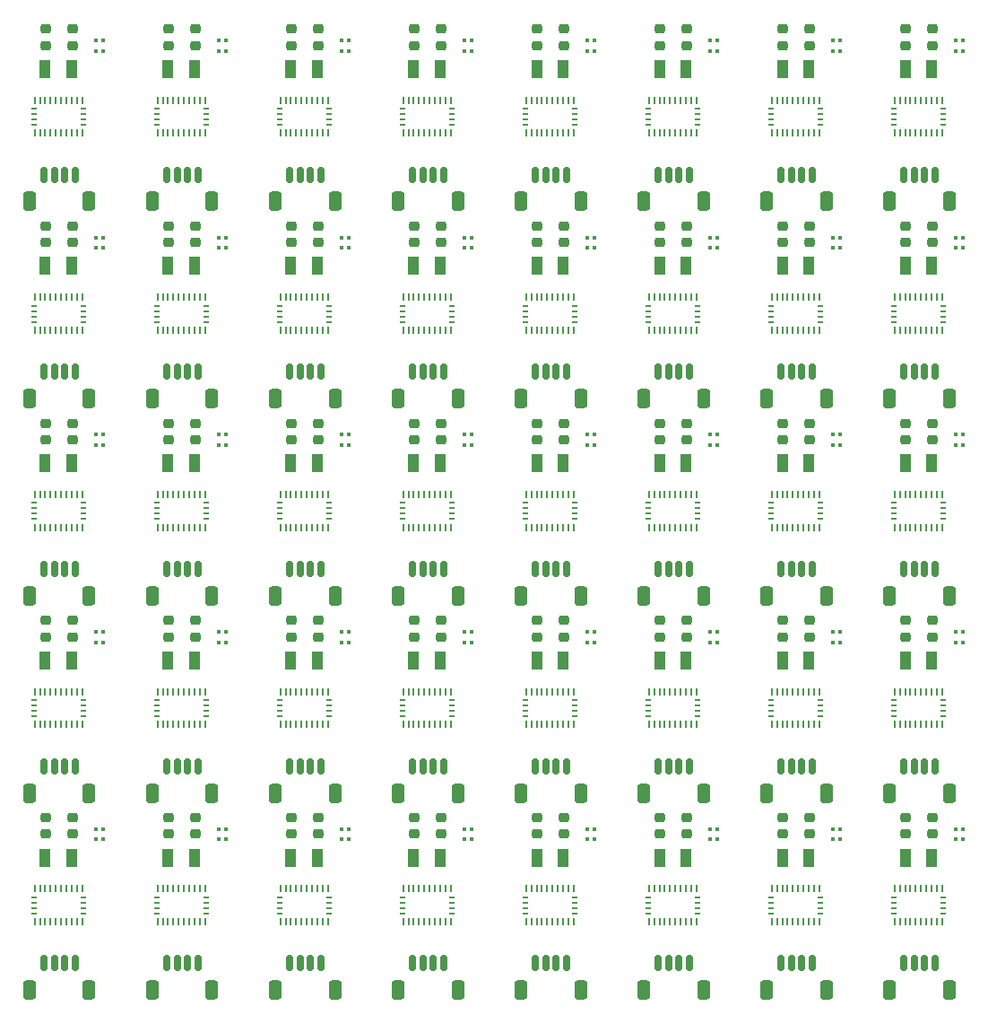
<source format=gbr>
%TF.GenerationSoftware,KiCad,Pcbnew,8.0.8*%
%TF.CreationDate,2025-03-09T21:38:21+09:00*%
%TF.ProjectId,panelized,70616e65-6c69-47a6-9564-2e6b69636164,rev?*%
%TF.SameCoordinates,Original*%
%TF.FileFunction,Paste,Top*%
%TF.FilePolarity,Positive*%
%FSLAX46Y46*%
G04 Gerber Fmt 4.6, Leading zero omitted, Abs format (unit mm)*
G04 Created by KiCad (PCBNEW 8.0.8) date 2025-03-09 21:38:21*
%MOMM*%
%LPD*%
G01*
G04 APERTURE LIST*
G04 Aperture macros list*
%AMRoundRect*
0 Rectangle with rounded corners*
0 $1 Rounding radius*
0 $2 $3 $4 $5 $6 $7 $8 $9 X,Y pos of 4 corners*
0 Add a 4 corners polygon primitive as box body*
4,1,4,$2,$3,$4,$5,$6,$7,$8,$9,$2,$3,0*
0 Add four circle primitives for the rounded corners*
1,1,$1+$1,$2,$3*
1,1,$1+$1,$4,$5*
1,1,$1+$1,$6,$7*
1,1,$1+$1,$8,$9*
0 Add four rect primitives between the rounded corners*
20,1,$1+$1,$2,$3,$4,$5,0*
20,1,$1+$1,$4,$5,$6,$7,0*
20,1,$1+$1,$6,$7,$8,$9,0*
20,1,$1+$1,$8,$9,$2,$3,0*%
G04 Aperture macros list end*
%ADD10R,0.250000X0.675000*%
%ADD11R,0.575000X0.250000*%
%ADD12RoundRect,0.225000X0.250000X-0.225000X0.250000X0.225000X-0.250000X0.225000X-0.250000X-0.225000X0*%
%ADD13R,1.000000X1.800000*%
%ADD14RoundRect,0.079500X-0.079500X-0.100500X0.079500X-0.100500X0.079500X0.100500X-0.079500X0.100500X0*%
%ADD15RoundRect,0.150000X0.150000X0.625000X-0.150000X0.625000X-0.150000X-0.625000X0.150000X-0.625000X0*%
%ADD16RoundRect,0.250000X0.350000X0.650000X-0.350000X0.650000X-0.350000X-0.650000X0.350000X-0.650000X0*%
G04 APERTURE END LIST*
D10*
%TO.C,IC1*%
X61250000Y-63237000D03*
D11*
X61187000Y-64050000D03*
X61187000Y-64550000D03*
X61187000Y-65050000D03*
X61187000Y-65550000D03*
D10*
X61250000Y-66363000D03*
X61750000Y-66363000D03*
X62250000Y-66363000D03*
X62750000Y-66363000D03*
X63250000Y-66363000D03*
X63750000Y-66363000D03*
X64250000Y-66363000D03*
X64750000Y-66363000D03*
X65250000Y-66363000D03*
X65750000Y-66363000D03*
D11*
X65813000Y-65550000D03*
X65813000Y-65050000D03*
X65813000Y-64550000D03*
X65813000Y-64050000D03*
D10*
X65750000Y-63237000D03*
X65250000Y-63237000D03*
X64750000Y-63237000D03*
X64250000Y-63237000D03*
X63750000Y-63237000D03*
X63250000Y-63237000D03*
X62750000Y-63237000D03*
X62250000Y-63237000D03*
X61750000Y-63237000D03*
%TD*%
D12*
%TO.C,C4*%
X41600000Y-20875000D03*
X41600000Y-19325000D03*
%TD*%
D13*
%TO.C,Y1*%
X41550000Y-4500000D03*
X39050000Y-4500000D03*
%TD*%
D14*
%TO.C,JP6*%
X67055000Y-57600000D03*
X67745000Y-57600000D03*
%TD*%
D10*
%TO.C,IC1*%
X49650000Y-26037000D03*
D11*
X49587000Y-26850000D03*
X49587000Y-27350000D03*
X49587000Y-27850000D03*
X49587000Y-28350000D03*
D10*
X49650000Y-29163000D03*
X50150000Y-29163000D03*
X50650000Y-29163000D03*
X51150000Y-29163000D03*
X51650000Y-29163000D03*
X52150000Y-29163000D03*
X52650000Y-29163000D03*
X53150000Y-29163000D03*
X53650000Y-29163000D03*
X54150000Y-29163000D03*
D11*
X54213000Y-28350000D03*
X54213000Y-27850000D03*
X54213000Y-27350000D03*
X54213000Y-26850000D03*
D10*
X54150000Y-26037000D03*
X53650000Y-26037000D03*
X53150000Y-26037000D03*
X52650000Y-26037000D03*
X52150000Y-26037000D03*
X51650000Y-26037000D03*
X51150000Y-26037000D03*
X50650000Y-26037000D03*
X50150000Y-26037000D03*
%TD*%
D12*
%TO.C,C3*%
X4300000Y-39475000D03*
X4300000Y-37925000D03*
%TD*%
%TO.C,C4*%
X41600000Y-39475000D03*
X41600000Y-37925000D03*
%TD*%
D15*
%TO.C,J2*%
X7100000Y-88875000D03*
X6100000Y-88875000D03*
X5100000Y-88875000D03*
X4100000Y-88875000D03*
D16*
X8400000Y-91400000D03*
X2800000Y-91400000D03*
%TD*%
D12*
%TO.C,C4*%
X41600000Y-58075000D03*
X41600000Y-56525000D03*
%TD*%
D13*
%TO.C,Y1*%
X41550000Y-41700000D03*
X39050000Y-41700000D03*
%TD*%
%TO.C,Y1*%
X29950000Y-4500000D03*
X27450000Y-4500000D03*
%TD*%
D12*
%TO.C,C4*%
X18400000Y-76675000D03*
X18400000Y-75125000D03*
%TD*%
D14*
%TO.C,JP6*%
X90255000Y-1800000D03*
X90945000Y-1800000D03*
%TD*%
D15*
%TO.C,J2*%
X7100000Y-51675000D03*
X6100000Y-51675000D03*
X5100000Y-51675000D03*
X4100000Y-51675000D03*
D16*
X8400000Y-54200000D03*
X2800000Y-54200000D03*
%TD*%
D12*
%TO.C,C4*%
X64800000Y-2275000D03*
X64800000Y-725000D03*
%TD*%
D13*
%TO.C,Y1*%
X76350000Y-4500000D03*
X73850000Y-4500000D03*
%TD*%
D12*
%TO.C,C3*%
X15900000Y-2275000D03*
X15900000Y-725000D03*
%TD*%
D14*
%TO.C,JP6*%
X67055000Y-39000000D03*
X67745000Y-39000000D03*
%TD*%
D13*
%TO.C,Y1*%
X29950000Y-41700000D03*
X27450000Y-41700000D03*
%TD*%
D15*
%TO.C,J2*%
X53500000Y-88875000D03*
X52500000Y-88875000D03*
X51500000Y-88875000D03*
X50500000Y-88875000D03*
D16*
X54800000Y-91400000D03*
X49200000Y-91400000D03*
%TD*%
D12*
%TO.C,C3*%
X39100000Y-20875000D03*
X39100000Y-19325000D03*
%TD*%
%TO.C,C4*%
X64800000Y-20875000D03*
X64800000Y-19325000D03*
%TD*%
D10*
%TO.C,IC1*%
X49650000Y-44637000D03*
D11*
X49587000Y-45450000D03*
X49587000Y-45950000D03*
X49587000Y-46450000D03*
X49587000Y-46950000D03*
D10*
X49650000Y-47763000D03*
X50150000Y-47763000D03*
X50650000Y-47763000D03*
X51150000Y-47763000D03*
X51650000Y-47763000D03*
X52150000Y-47763000D03*
X52650000Y-47763000D03*
X53150000Y-47763000D03*
X53650000Y-47763000D03*
X54150000Y-47763000D03*
D11*
X54213000Y-46950000D03*
X54213000Y-46450000D03*
X54213000Y-45950000D03*
X54213000Y-45450000D03*
D10*
X54150000Y-44637000D03*
X53650000Y-44637000D03*
X53150000Y-44637000D03*
X52650000Y-44637000D03*
X52150000Y-44637000D03*
X51650000Y-44637000D03*
X51150000Y-44637000D03*
X50650000Y-44637000D03*
X50150000Y-44637000D03*
%TD*%
D12*
%TO.C,C4*%
X6800000Y-2275000D03*
X6800000Y-725000D03*
%TD*%
D13*
%TO.C,Y1*%
X87950000Y-23100000D03*
X85450000Y-23100000D03*
%TD*%
D14*
%TO.C,JP5*%
X90255000Y-40000000D03*
X90945000Y-40000000D03*
%TD*%
D10*
%TO.C,IC1*%
X14850000Y-81837000D03*
D11*
X14787000Y-82650000D03*
X14787000Y-83150000D03*
X14787000Y-83650000D03*
X14787000Y-84150000D03*
D10*
X14850000Y-84963000D03*
X15350000Y-84963000D03*
X15850000Y-84963000D03*
X16350000Y-84963000D03*
X16850000Y-84963000D03*
X17350000Y-84963000D03*
X17850000Y-84963000D03*
X18350000Y-84963000D03*
X18850000Y-84963000D03*
X19350000Y-84963000D03*
D11*
X19413000Y-84150000D03*
X19413000Y-83650000D03*
X19413000Y-83150000D03*
X19413000Y-82650000D03*
D10*
X19350000Y-81837000D03*
X18850000Y-81837000D03*
X18350000Y-81837000D03*
X17850000Y-81837000D03*
X17350000Y-81837000D03*
X16850000Y-81837000D03*
X16350000Y-81837000D03*
X15850000Y-81837000D03*
X15350000Y-81837000D03*
%TD*%
D14*
%TO.C,JP6*%
X55455000Y-39000000D03*
X56145000Y-39000000D03*
%TD*%
%TO.C,JP5*%
X55455000Y-58600000D03*
X56145000Y-58600000D03*
%TD*%
%TO.C,JP6*%
X43855000Y-76200000D03*
X44545000Y-76200000D03*
%TD*%
%TO.C,JP5*%
X32255000Y-77200000D03*
X32945000Y-77200000D03*
%TD*%
D12*
%TO.C,C4*%
X88000000Y-20875000D03*
X88000000Y-19325000D03*
%TD*%
D15*
%TO.C,J2*%
X30300000Y-51675000D03*
X29300000Y-51675000D03*
X28300000Y-51675000D03*
X27300000Y-51675000D03*
D16*
X31600000Y-54200000D03*
X26000000Y-54200000D03*
%TD*%
D14*
%TO.C,JP6*%
X9055000Y-39000000D03*
X9745000Y-39000000D03*
%TD*%
D13*
%TO.C,Y1*%
X18350000Y-60300000D03*
X15850000Y-60300000D03*
%TD*%
D10*
%TO.C,IC1*%
X49650000Y-7437000D03*
D11*
X49587000Y-8250000D03*
X49587000Y-8750000D03*
X49587000Y-9250000D03*
X49587000Y-9750000D03*
D10*
X49650000Y-10563000D03*
X50150000Y-10563000D03*
X50650000Y-10563000D03*
X51150000Y-10563000D03*
X51650000Y-10563000D03*
X52150000Y-10563000D03*
X52650000Y-10563000D03*
X53150000Y-10563000D03*
X53650000Y-10563000D03*
X54150000Y-10563000D03*
D11*
X54213000Y-9750000D03*
X54213000Y-9250000D03*
X54213000Y-8750000D03*
X54213000Y-8250000D03*
D10*
X54150000Y-7437000D03*
X53650000Y-7437000D03*
X53150000Y-7437000D03*
X52650000Y-7437000D03*
X52150000Y-7437000D03*
X51650000Y-7437000D03*
X51150000Y-7437000D03*
X50650000Y-7437000D03*
X50150000Y-7437000D03*
%TD*%
D14*
%TO.C,JP5*%
X32255000Y-40000000D03*
X32945000Y-40000000D03*
%TD*%
D15*
%TO.C,J2*%
X18700000Y-70275000D03*
X17700000Y-70275000D03*
X16700000Y-70275000D03*
X15700000Y-70275000D03*
D16*
X20000000Y-72800000D03*
X14400000Y-72800000D03*
%TD*%
D13*
%TO.C,Y1*%
X18350000Y-23100000D03*
X15850000Y-23100000D03*
%TD*%
D15*
%TO.C,J2*%
X7100000Y-70275000D03*
X6100000Y-70275000D03*
X5100000Y-70275000D03*
X4100000Y-70275000D03*
D16*
X8400000Y-72800000D03*
X2800000Y-72800000D03*
%TD*%
D12*
%TO.C,C4*%
X64800000Y-76675000D03*
X64800000Y-75125000D03*
%TD*%
%TO.C,C3*%
X27500000Y-76675000D03*
X27500000Y-75125000D03*
%TD*%
D14*
%TO.C,JP5*%
X67055000Y-77200000D03*
X67745000Y-77200000D03*
%TD*%
D15*
%TO.C,J2*%
X76700000Y-14475000D03*
X75700000Y-14475000D03*
X74700000Y-14475000D03*
X73700000Y-14475000D03*
D16*
X78000000Y-17000000D03*
X72400000Y-17000000D03*
%TD*%
D12*
%TO.C,C3*%
X4300000Y-76675000D03*
X4300000Y-75125000D03*
%TD*%
D13*
%TO.C,Y1*%
X87950000Y-60300000D03*
X85450000Y-60300000D03*
%TD*%
D14*
%TO.C,JP5*%
X43855000Y-58600000D03*
X44545000Y-58600000D03*
%TD*%
D12*
%TO.C,C3*%
X39100000Y-39475000D03*
X39100000Y-37925000D03*
%TD*%
%TO.C,C3*%
X50700000Y-58075000D03*
X50700000Y-56525000D03*
%TD*%
D15*
%TO.C,J2*%
X18700000Y-88875000D03*
X17700000Y-88875000D03*
X16700000Y-88875000D03*
X15700000Y-88875000D03*
D16*
X20000000Y-91400000D03*
X14400000Y-91400000D03*
%TD*%
D15*
%TO.C,J2*%
X65100000Y-51675000D03*
X64100000Y-51675000D03*
X63100000Y-51675000D03*
X62100000Y-51675000D03*
D16*
X66400000Y-54200000D03*
X60800000Y-54200000D03*
%TD*%
D12*
%TO.C,C4*%
X53200000Y-58075000D03*
X53200000Y-56525000D03*
%TD*%
%TO.C,C4*%
X88000000Y-76675000D03*
X88000000Y-75125000D03*
%TD*%
%TO.C,C3*%
X27500000Y-58075000D03*
X27500000Y-56525000D03*
%TD*%
D13*
%TO.C,Y1*%
X41550000Y-23100000D03*
X39050000Y-23100000D03*
%TD*%
D12*
%TO.C,C3*%
X85500000Y-76675000D03*
X85500000Y-75125000D03*
%TD*%
D13*
%TO.C,Y1*%
X76350000Y-23100000D03*
X73850000Y-23100000D03*
%TD*%
D14*
%TO.C,JP5*%
X78655000Y-21400000D03*
X79345000Y-21400000D03*
%TD*%
D10*
%TO.C,IC1*%
X14850000Y-7437000D03*
D11*
X14787000Y-8250000D03*
X14787000Y-8750000D03*
X14787000Y-9250000D03*
X14787000Y-9750000D03*
D10*
X14850000Y-10563000D03*
X15350000Y-10563000D03*
X15850000Y-10563000D03*
X16350000Y-10563000D03*
X16850000Y-10563000D03*
X17350000Y-10563000D03*
X17850000Y-10563000D03*
X18350000Y-10563000D03*
X18850000Y-10563000D03*
X19350000Y-10563000D03*
D11*
X19413000Y-9750000D03*
X19413000Y-9250000D03*
X19413000Y-8750000D03*
X19413000Y-8250000D03*
D10*
X19350000Y-7437000D03*
X18850000Y-7437000D03*
X18350000Y-7437000D03*
X17850000Y-7437000D03*
X17350000Y-7437000D03*
X16850000Y-7437000D03*
X16350000Y-7437000D03*
X15850000Y-7437000D03*
X15350000Y-7437000D03*
%TD*%
D12*
%TO.C,C4*%
X30000000Y-76675000D03*
X30000000Y-75125000D03*
%TD*%
D10*
%TO.C,IC1*%
X14850000Y-63237000D03*
D11*
X14787000Y-64050000D03*
X14787000Y-64550000D03*
X14787000Y-65050000D03*
X14787000Y-65550000D03*
D10*
X14850000Y-66363000D03*
X15350000Y-66363000D03*
X15850000Y-66363000D03*
X16350000Y-66363000D03*
X16850000Y-66363000D03*
X17350000Y-66363000D03*
X17850000Y-66363000D03*
X18350000Y-66363000D03*
X18850000Y-66363000D03*
X19350000Y-66363000D03*
D11*
X19413000Y-65550000D03*
X19413000Y-65050000D03*
X19413000Y-64550000D03*
X19413000Y-64050000D03*
D10*
X19350000Y-63237000D03*
X18850000Y-63237000D03*
X18350000Y-63237000D03*
X17850000Y-63237000D03*
X17350000Y-63237000D03*
X16850000Y-63237000D03*
X16350000Y-63237000D03*
X15850000Y-63237000D03*
X15350000Y-63237000D03*
%TD*%
D14*
%TO.C,JP5*%
X9055000Y-40000000D03*
X9745000Y-40000000D03*
%TD*%
%TO.C,JP6*%
X9055000Y-57600000D03*
X9745000Y-57600000D03*
%TD*%
D12*
%TO.C,C4*%
X88000000Y-58075000D03*
X88000000Y-56525000D03*
%TD*%
%TO.C,C3*%
X62300000Y-2275000D03*
X62300000Y-725000D03*
%TD*%
D14*
%TO.C,JP6*%
X78655000Y-20400000D03*
X79345000Y-20400000D03*
%TD*%
%TO.C,JP5*%
X90255000Y-21400000D03*
X90945000Y-21400000D03*
%TD*%
%TO.C,JP5*%
X32255000Y-21400000D03*
X32945000Y-21400000D03*
%TD*%
D13*
%TO.C,Y1*%
X6750000Y-4500000D03*
X4250000Y-4500000D03*
%TD*%
D15*
%TO.C,J2*%
X7100000Y-14475000D03*
X6100000Y-14475000D03*
X5100000Y-14475000D03*
X4100000Y-14475000D03*
D16*
X8400000Y-17000000D03*
X2800000Y-17000000D03*
%TD*%
D12*
%TO.C,C3*%
X62300000Y-76675000D03*
X62300000Y-75125000D03*
%TD*%
%TO.C,C4*%
X76400000Y-20875000D03*
X76400000Y-19325000D03*
%TD*%
D15*
%TO.C,J2*%
X18700000Y-14475000D03*
X17700000Y-14475000D03*
X16700000Y-14475000D03*
X15700000Y-14475000D03*
D16*
X20000000Y-17000000D03*
X14400000Y-17000000D03*
%TD*%
D15*
%TO.C,J2*%
X53500000Y-33075000D03*
X52500000Y-33075000D03*
X51500000Y-33075000D03*
X50500000Y-33075000D03*
D16*
X54800000Y-35600000D03*
X49200000Y-35600000D03*
%TD*%
D10*
%TO.C,IC1*%
X14850000Y-26037000D03*
D11*
X14787000Y-26850000D03*
X14787000Y-27350000D03*
X14787000Y-27850000D03*
X14787000Y-28350000D03*
D10*
X14850000Y-29163000D03*
X15350000Y-29163000D03*
X15850000Y-29163000D03*
X16350000Y-29163000D03*
X16850000Y-29163000D03*
X17350000Y-29163000D03*
X17850000Y-29163000D03*
X18350000Y-29163000D03*
X18850000Y-29163000D03*
X19350000Y-29163000D03*
D11*
X19413000Y-28350000D03*
X19413000Y-27850000D03*
X19413000Y-27350000D03*
X19413000Y-26850000D03*
D10*
X19350000Y-26037000D03*
X18850000Y-26037000D03*
X18350000Y-26037000D03*
X17850000Y-26037000D03*
X17350000Y-26037000D03*
X16850000Y-26037000D03*
X16350000Y-26037000D03*
X15850000Y-26037000D03*
X15350000Y-26037000D03*
%TD*%
D12*
%TO.C,C4*%
X6800000Y-58075000D03*
X6800000Y-56525000D03*
%TD*%
D14*
%TO.C,JP6*%
X78655000Y-1800000D03*
X79345000Y-1800000D03*
%TD*%
D15*
%TO.C,J2*%
X65100000Y-33075000D03*
X64100000Y-33075000D03*
X63100000Y-33075000D03*
X62100000Y-33075000D03*
D16*
X66400000Y-35600000D03*
X60800000Y-35600000D03*
%TD*%
D10*
%TO.C,IC1*%
X84450000Y-63237000D03*
D11*
X84387000Y-64050000D03*
X84387000Y-64550000D03*
X84387000Y-65050000D03*
X84387000Y-65550000D03*
D10*
X84450000Y-66363000D03*
X84950000Y-66363000D03*
X85450000Y-66363000D03*
X85950000Y-66363000D03*
X86450000Y-66363000D03*
X86950000Y-66363000D03*
X87450000Y-66363000D03*
X87950000Y-66363000D03*
X88450000Y-66363000D03*
X88950000Y-66363000D03*
D11*
X89013000Y-65550000D03*
X89013000Y-65050000D03*
X89013000Y-64550000D03*
X89013000Y-64050000D03*
D10*
X88950000Y-63237000D03*
X88450000Y-63237000D03*
X87950000Y-63237000D03*
X87450000Y-63237000D03*
X86950000Y-63237000D03*
X86450000Y-63237000D03*
X85950000Y-63237000D03*
X85450000Y-63237000D03*
X84950000Y-63237000D03*
%TD*%
D14*
%TO.C,JP5*%
X20655000Y-40000000D03*
X21345000Y-40000000D03*
%TD*%
%TO.C,JP5*%
X43855000Y-77200000D03*
X44545000Y-77200000D03*
%TD*%
D15*
%TO.C,J2*%
X65100000Y-88875000D03*
X64100000Y-88875000D03*
X63100000Y-88875000D03*
X62100000Y-88875000D03*
D16*
X66400000Y-91400000D03*
X60800000Y-91400000D03*
%TD*%
D14*
%TO.C,JP6*%
X55455000Y-57600000D03*
X56145000Y-57600000D03*
%TD*%
D13*
%TO.C,Y1*%
X6750000Y-78900000D03*
X4250000Y-78900000D03*
%TD*%
D10*
%TO.C,IC1*%
X26450000Y-7437000D03*
D11*
X26387000Y-8250000D03*
X26387000Y-8750000D03*
X26387000Y-9250000D03*
X26387000Y-9750000D03*
D10*
X26450000Y-10563000D03*
X26950000Y-10563000D03*
X27450000Y-10563000D03*
X27950000Y-10563000D03*
X28450000Y-10563000D03*
X28950000Y-10563000D03*
X29450000Y-10563000D03*
X29950000Y-10563000D03*
X30450000Y-10563000D03*
X30950000Y-10563000D03*
D11*
X31013000Y-9750000D03*
X31013000Y-9250000D03*
X31013000Y-8750000D03*
X31013000Y-8250000D03*
D10*
X30950000Y-7437000D03*
X30450000Y-7437000D03*
X29950000Y-7437000D03*
X29450000Y-7437000D03*
X28950000Y-7437000D03*
X28450000Y-7437000D03*
X27950000Y-7437000D03*
X27450000Y-7437000D03*
X26950000Y-7437000D03*
%TD*%
D13*
%TO.C,Y1*%
X53150000Y-23100000D03*
X50650000Y-23100000D03*
%TD*%
D12*
%TO.C,C3*%
X15900000Y-39475000D03*
X15900000Y-37925000D03*
%TD*%
%TO.C,C3*%
X39100000Y-58075000D03*
X39100000Y-56525000D03*
%TD*%
%TO.C,C4*%
X18400000Y-2275000D03*
X18400000Y-725000D03*
%TD*%
D14*
%TO.C,JP5*%
X43855000Y-40000000D03*
X44545000Y-40000000D03*
%TD*%
D10*
%TO.C,IC1*%
X61250000Y-7437000D03*
D11*
X61187000Y-8250000D03*
X61187000Y-8750000D03*
X61187000Y-9250000D03*
X61187000Y-9750000D03*
D10*
X61250000Y-10563000D03*
X61750000Y-10563000D03*
X62250000Y-10563000D03*
X62750000Y-10563000D03*
X63250000Y-10563000D03*
X63750000Y-10563000D03*
X64250000Y-10563000D03*
X64750000Y-10563000D03*
X65250000Y-10563000D03*
X65750000Y-10563000D03*
D11*
X65813000Y-9750000D03*
X65813000Y-9250000D03*
X65813000Y-8750000D03*
X65813000Y-8250000D03*
D10*
X65750000Y-7437000D03*
X65250000Y-7437000D03*
X64750000Y-7437000D03*
X64250000Y-7437000D03*
X63750000Y-7437000D03*
X63250000Y-7437000D03*
X62750000Y-7437000D03*
X62250000Y-7437000D03*
X61750000Y-7437000D03*
%TD*%
D12*
%TO.C,C3*%
X27500000Y-2275000D03*
X27500000Y-725000D03*
%TD*%
%TO.C,C4*%
X30000000Y-20875000D03*
X30000000Y-19325000D03*
%TD*%
D14*
%TO.C,JP6*%
X67055000Y-20400000D03*
X67745000Y-20400000D03*
%TD*%
D12*
%TO.C,C4*%
X6800000Y-20875000D03*
X6800000Y-19325000D03*
%TD*%
D14*
%TO.C,JP5*%
X67055000Y-2800000D03*
X67745000Y-2800000D03*
%TD*%
D12*
%TO.C,C3*%
X73900000Y-58075000D03*
X73900000Y-56525000D03*
%TD*%
D10*
%TO.C,IC1*%
X84450000Y-26037000D03*
D11*
X84387000Y-26850000D03*
X84387000Y-27350000D03*
X84387000Y-27850000D03*
X84387000Y-28350000D03*
D10*
X84450000Y-29163000D03*
X84950000Y-29163000D03*
X85450000Y-29163000D03*
X85950000Y-29163000D03*
X86450000Y-29163000D03*
X86950000Y-29163000D03*
X87450000Y-29163000D03*
X87950000Y-29163000D03*
X88450000Y-29163000D03*
X88950000Y-29163000D03*
D11*
X89013000Y-28350000D03*
X89013000Y-27850000D03*
X89013000Y-27350000D03*
X89013000Y-26850000D03*
D10*
X88950000Y-26037000D03*
X88450000Y-26037000D03*
X87950000Y-26037000D03*
X87450000Y-26037000D03*
X86950000Y-26037000D03*
X86450000Y-26037000D03*
X85950000Y-26037000D03*
X85450000Y-26037000D03*
X84950000Y-26037000D03*
%TD*%
D14*
%TO.C,JP5*%
X20655000Y-77200000D03*
X21345000Y-77200000D03*
%TD*%
%TO.C,JP6*%
X43855000Y-39000000D03*
X44545000Y-39000000D03*
%TD*%
D12*
%TO.C,C4*%
X6800000Y-76675000D03*
X6800000Y-75125000D03*
%TD*%
%TO.C,C3*%
X39100000Y-76675000D03*
X39100000Y-75125000D03*
%TD*%
%TO.C,C3*%
X73900000Y-76675000D03*
X73900000Y-75125000D03*
%TD*%
D10*
%TO.C,IC1*%
X3250000Y-26037000D03*
D11*
X3187000Y-26850000D03*
X3187000Y-27350000D03*
X3187000Y-27850000D03*
X3187000Y-28350000D03*
D10*
X3250000Y-29163000D03*
X3750000Y-29163000D03*
X4250000Y-29163000D03*
X4750000Y-29163000D03*
X5250000Y-29163000D03*
X5750000Y-29163000D03*
X6250000Y-29163000D03*
X6750000Y-29163000D03*
X7250000Y-29163000D03*
X7750000Y-29163000D03*
D11*
X7813000Y-28350000D03*
X7813000Y-27850000D03*
X7813000Y-27350000D03*
X7813000Y-26850000D03*
D10*
X7750000Y-26037000D03*
X7250000Y-26037000D03*
X6750000Y-26037000D03*
X6250000Y-26037000D03*
X5750000Y-26037000D03*
X5250000Y-26037000D03*
X4750000Y-26037000D03*
X4250000Y-26037000D03*
X3750000Y-26037000D03*
%TD*%
D13*
%TO.C,Y1*%
X53150000Y-78900000D03*
X50650000Y-78900000D03*
%TD*%
D10*
%TO.C,IC1*%
X38050000Y-7437000D03*
D11*
X37987000Y-8250000D03*
X37987000Y-8750000D03*
X37987000Y-9250000D03*
X37987000Y-9750000D03*
D10*
X38050000Y-10563000D03*
X38550000Y-10563000D03*
X39050000Y-10563000D03*
X39550000Y-10563000D03*
X40050000Y-10563000D03*
X40550000Y-10563000D03*
X41050000Y-10563000D03*
X41550000Y-10563000D03*
X42050000Y-10563000D03*
X42550000Y-10563000D03*
D11*
X42613000Y-9750000D03*
X42613000Y-9250000D03*
X42613000Y-8750000D03*
X42613000Y-8250000D03*
D10*
X42550000Y-7437000D03*
X42050000Y-7437000D03*
X41550000Y-7437000D03*
X41050000Y-7437000D03*
X40550000Y-7437000D03*
X40050000Y-7437000D03*
X39550000Y-7437000D03*
X39050000Y-7437000D03*
X38550000Y-7437000D03*
%TD*%
D14*
%TO.C,JP6*%
X20655000Y-39000000D03*
X21345000Y-39000000D03*
%TD*%
D12*
%TO.C,C4*%
X53200000Y-76675000D03*
X53200000Y-75125000D03*
%TD*%
%TO.C,C4*%
X76400000Y-76675000D03*
X76400000Y-75125000D03*
%TD*%
D14*
%TO.C,JP5*%
X90255000Y-2800000D03*
X90945000Y-2800000D03*
%TD*%
D12*
%TO.C,C3*%
X4300000Y-58075000D03*
X4300000Y-56525000D03*
%TD*%
%TO.C,C3*%
X4300000Y-20875000D03*
X4300000Y-19325000D03*
%TD*%
%TO.C,C3*%
X85500000Y-58075000D03*
X85500000Y-56525000D03*
%TD*%
D14*
%TO.C,JP5*%
X20655000Y-2800000D03*
X21345000Y-2800000D03*
%TD*%
D10*
%TO.C,IC1*%
X3250000Y-81837000D03*
D11*
X3187000Y-82650000D03*
X3187000Y-83150000D03*
X3187000Y-83650000D03*
X3187000Y-84150000D03*
D10*
X3250000Y-84963000D03*
X3750000Y-84963000D03*
X4250000Y-84963000D03*
X4750000Y-84963000D03*
X5250000Y-84963000D03*
X5750000Y-84963000D03*
X6250000Y-84963000D03*
X6750000Y-84963000D03*
X7250000Y-84963000D03*
X7750000Y-84963000D03*
D11*
X7813000Y-84150000D03*
X7813000Y-83650000D03*
X7813000Y-83150000D03*
X7813000Y-82650000D03*
D10*
X7750000Y-81837000D03*
X7250000Y-81837000D03*
X6750000Y-81837000D03*
X6250000Y-81837000D03*
X5750000Y-81837000D03*
X5250000Y-81837000D03*
X4750000Y-81837000D03*
X4250000Y-81837000D03*
X3750000Y-81837000D03*
%TD*%
D14*
%TO.C,JP6*%
X43855000Y-20400000D03*
X44545000Y-20400000D03*
%TD*%
D13*
%TO.C,Y1*%
X87950000Y-78900000D03*
X85450000Y-78900000D03*
%TD*%
D15*
%TO.C,J2*%
X41900000Y-14475000D03*
X40900000Y-14475000D03*
X39900000Y-14475000D03*
X38900000Y-14475000D03*
D16*
X43200000Y-17000000D03*
X37600000Y-17000000D03*
%TD*%
D14*
%TO.C,JP5*%
X78655000Y-58600000D03*
X79345000Y-58600000D03*
%TD*%
D15*
%TO.C,J2*%
X88300000Y-88875000D03*
X87300000Y-88875000D03*
X86300000Y-88875000D03*
X85300000Y-88875000D03*
D16*
X89600000Y-91400000D03*
X84000000Y-91400000D03*
%TD*%
D12*
%TO.C,C4*%
X76400000Y-39475000D03*
X76400000Y-37925000D03*
%TD*%
D15*
%TO.C,J2*%
X30300000Y-88875000D03*
X29300000Y-88875000D03*
X28300000Y-88875000D03*
X27300000Y-88875000D03*
D16*
X31600000Y-91400000D03*
X26000000Y-91400000D03*
%TD*%
D15*
%TO.C,J2*%
X30300000Y-70275000D03*
X29300000Y-70275000D03*
X28300000Y-70275000D03*
X27300000Y-70275000D03*
D16*
X31600000Y-72800000D03*
X26000000Y-72800000D03*
%TD*%
D14*
%TO.C,JP6*%
X90255000Y-39000000D03*
X90945000Y-39000000D03*
%TD*%
D10*
%TO.C,IC1*%
X14850000Y-44637000D03*
D11*
X14787000Y-45450000D03*
X14787000Y-45950000D03*
X14787000Y-46450000D03*
X14787000Y-46950000D03*
D10*
X14850000Y-47763000D03*
X15350000Y-47763000D03*
X15850000Y-47763000D03*
X16350000Y-47763000D03*
X16850000Y-47763000D03*
X17350000Y-47763000D03*
X17850000Y-47763000D03*
X18350000Y-47763000D03*
X18850000Y-47763000D03*
X19350000Y-47763000D03*
D11*
X19413000Y-46950000D03*
X19413000Y-46450000D03*
X19413000Y-45950000D03*
X19413000Y-45450000D03*
D10*
X19350000Y-44637000D03*
X18850000Y-44637000D03*
X18350000Y-44637000D03*
X17850000Y-44637000D03*
X17350000Y-44637000D03*
X16850000Y-44637000D03*
X16350000Y-44637000D03*
X15850000Y-44637000D03*
X15350000Y-44637000D03*
%TD*%
D12*
%TO.C,C4*%
X88000000Y-2275000D03*
X88000000Y-725000D03*
%TD*%
D15*
%TO.C,J2*%
X30300000Y-14475000D03*
X29300000Y-14475000D03*
X28300000Y-14475000D03*
X27300000Y-14475000D03*
D16*
X31600000Y-17000000D03*
X26000000Y-17000000D03*
%TD*%
D12*
%TO.C,C3*%
X85500000Y-2275000D03*
X85500000Y-725000D03*
%TD*%
D10*
%TO.C,IC1*%
X38050000Y-63237000D03*
D11*
X37987000Y-64050000D03*
X37987000Y-64550000D03*
X37987000Y-65050000D03*
X37987000Y-65550000D03*
D10*
X38050000Y-66363000D03*
X38550000Y-66363000D03*
X39050000Y-66363000D03*
X39550000Y-66363000D03*
X40050000Y-66363000D03*
X40550000Y-66363000D03*
X41050000Y-66363000D03*
X41550000Y-66363000D03*
X42050000Y-66363000D03*
X42550000Y-66363000D03*
D11*
X42613000Y-65550000D03*
X42613000Y-65050000D03*
X42613000Y-64550000D03*
X42613000Y-64050000D03*
D10*
X42550000Y-63237000D03*
X42050000Y-63237000D03*
X41550000Y-63237000D03*
X41050000Y-63237000D03*
X40550000Y-63237000D03*
X40050000Y-63237000D03*
X39550000Y-63237000D03*
X39050000Y-63237000D03*
X38550000Y-63237000D03*
%TD*%
%TO.C,IC1*%
X72850000Y-7437000D03*
D11*
X72787000Y-8250000D03*
X72787000Y-8750000D03*
X72787000Y-9250000D03*
X72787000Y-9750000D03*
D10*
X72850000Y-10563000D03*
X73350000Y-10563000D03*
X73850000Y-10563000D03*
X74350000Y-10563000D03*
X74850000Y-10563000D03*
X75350000Y-10563000D03*
X75850000Y-10563000D03*
X76350000Y-10563000D03*
X76850000Y-10563000D03*
X77350000Y-10563000D03*
D11*
X77413000Y-9750000D03*
X77413000Y-9250000D03*
X77413000Y-8750000D03*
X77413000Y-8250000D03*
D10*
X77350000Y-7437000D03*
X76850000Y-7437000D03*
X76350000Y-7437000D03*
X75850000Y-7437000D03*
X75350000Y-7437000D03*
X74850000Y-7437000D03*
X74350000Y-7437000D03*
X73850000Y-7437000D03*
X73350000Y-7437000D03*
%TD*%
%TO.C,IC1*%
X72850000Y-26037000D03*
D11*
X72787000Y-26850000D03*
X72787000Y-27350000D03*
X72787000Y-27850000D03*
X72787000Y-28350000D03*
D10*
X72850000Y-29163000D03*
X73350000Y-29163000D03*
X73850000Y-29163000D03*
X74350000Y-29163000D03*
X74850000Y-29163000D03*
X75350000Y-29163000D03*
X75850000Y-29163000D03*
X76350000Y-29163000D03*
X76850000Y-29163000D03*
X77350000Y-29163000D03*
D11*
X77413000Y-28350000D03*
X77413000Y-27850000D03*
X77413000Y-27350000D03*
X77413000Y-26850000D03*
D10*
X77350000Y-26037000D03*
X76850000Y-26037000D03*
X76350000Y-26037000D03*
X75850000Y-26037000D03*
X75350000Y-26037000D03*
X74850000Y-26037000D03*
X74350000Y-26037000D03*
X73850000Y-26037000D03*
X73350000Y-26037000D03*
%TD*%
D12*
%TO.C,C3*%
X15900000Y-58075000D03*
X15900000Y-56525000D03*
%TD*%
D10*
%TO.C,IC1*%
X38050000Y-44637000D03*
D11*
X37987000Y-45450000D03*
X37987000Y-45950000D03*
X37987000Y-46450000D03*
X37987000Y-46950000D03*
D10*
X38050000Y-47763000D03*
X38550000Y-47763000D03*
X39050000Y-47763000D03*
X39550000Y-47763000D03*
X40050000Y-47763000D03*
X40550000Y-47763000D03*
X41050000Y-47763000D03*
X41550000Y-47763000D03*
X42050000Y-47763000D03*
X42550000Y-47763000D03*
D11*
X42613000Y-46950000D03*
X42613000Y-46450000D03*
X42613000Y-45950000D03*
X42613000Y-45450000D03*
D10*
X42550000Y-44637000D03*
X42050000Y-44637000D03*
X41550000Y-44637000D03*
X41050000Y-44637000D03*
X40550000Y-44637000D03*
X40050000Y-44637000D03*
X39550000Y-44637000D03*
X39050000Y-44637000D03*
X38550000Y-44637000D03*
%TD*%
D12*
%TO.C,C4*%
X41600000Y-2275000D03*
X41600000Y-725000D03*
%TD*%
D15*
%TO.C,J2*%
X18700000Y-33075000D03*
X17700000Y-33075000D03*
X16700000Y-33075000D03*
X15700000Y-33075000D03*
D16*
X20000000Y-35600000D03*
X14400000Y-35600000D03*
%TD*%
D12*
%TO.C,C4*%
X76400000Y-58075000D03*
X76400000Y-56525000D03*
%TD*%
D14*
%TO.C,JP6*%
X67055000Y-1800000D03*
X67745000Y-1800000D03*
%TD*%
%TO.C,JP6*%
X55455000Y-76200000D03*
X56145000Y-76200000D03*
%TD*%
D10*
%TO.C,IC1*%
X26450000Y-81837000D03*
D11*
X26387000Y-82650000D03*
X26387000Y-83150000D03*
X26387000Y-83650000D03*
X26387000Y-84150000D03*
D10*
X26450000Y-84963000D03*
X26950000Y-84963000D03*
X27450000Y-84963000D03*
X27950000Y-84963000D03*
X28450000Y-84963000D03*
X28950000Y-84963000D03*
X29450000Y-84963000D03*
X29950000Y-84963000D03*
X30450000Y-84963000D03*
X30950000Y-84963000D03*
D11*
X31013000Y-84150000D03*
X31013000Y-83650000D03*
X31013000Y-83150000D03*
X31013000Y-82650000D03*
D10*
X30950000Y-81837000D03*
X30450000Y-81837000D03*
X29950000Y-81837000D03*
X29450000Y-81837000D03*
X28950000Y-81837000D03*
X28450000Y-81837000D03*
X27950000Y-81837000D03*
X27450000Y-81837000D03*
X26950000Y-81837000D03*
%TD*%
D15*
%TO.C,J2*%
X41900000Y-88875000D03*
X40900000Y-88875000D03*
X39900000Y-88875000D03*
X38900000Y-88875000D03*
D16*
X43200000Y-91400000D03*
X37600000Y-91400000D03*
%TD*%
D14*
%TO.C,JP6*%
X32255000Y-20400000D03*
X32945000Y-20400000D03*
%TD*%
D12*
%TO.C,C3*%
X50700000Y-76675000D03*
X50700000Y-75125000D03*
%TD*%
D10*
%TO.C,IC1*%
X84450000Y-81837000D03*
D11*
X84387000Y-82650000D03*
X84387000Y-83150000D03*
X84387000Y-83650000D03*
X84387000Y-84150000D03*
D10*
X84450000Y-84963000D03*
X84950000Y-84963000D03*
X85450000Y-84963000D03*
X85950000Y-84963000D03*
X86450000Y-84963000D03*
X86950000Y-84963000D03*
X87450000Y-84963000D03*
X87950000Y-84963000D03*
X88450000Y-84963000D03*
X88950000Y-84963000D03*
D11*
X89013000Y-84150000D03*
X89013000Y-83650000D03*
X89013000Y-83150000D03*
X89013000Y-82650000D03*
D10*
X88950000Y-81837000D03*
X88450000Y-81837000D03*
X87950000Y-81837000D03*
X87450000Y-81837000D03*
X86950000Y-81837000D03*
X86450000Y-81837000D03*
X85950000Y-81837000D03*
X85450000Y-81837000D03*
X84950000Y-81837000D03*
%TD*%
D14*
%TO.C,JP5*%
X20655000Y-21400000D03*
X21345000Y-21400000D03*
%TD*%
D15*
%TO.C,J2*%
X76700000Y-51675000D03*
X75700000Y-51675000D03*
X74700000Y-51675000D03*
X73700000Y-51675000D03*
D16*
X78000000Y-54200000D03*
X72400000Y-54200000D03*
%TD*%
D10*
%TO.C,IC1*%
X72850000Y-63237000D03*
D11*
X72787000Y-64050000D03*
X72787000Y-64550000D03*
X72787000Y-65050000D03*
X72787000Y-65550000D03*
D10*
X72850000Y-66363000D03*
X73350000Y-66363000D03*
X73850000Y-66363000D03*
X74350000Y-66363000D03*
X74850000Y-66363000D03*
X75350000Y-66363000D03*
X75850000Y-66363000D03*
X76350000Y-66363000D03*
X76850000Y-66363000D03*
X77350000Y-66363000D03*
D11*
X77413000Y-65550000D03*
X77413000Y-65050000D03*
X77413000Y-64550000D03*
X77413000Y-64050000D03*
D10*
X77350000Y-63237000D03*
X76850000Y-63237000D03*
X76350000Y-63237000D03*
X75850000Y-63237000D03*
X75350000Y-63237000D03*
X74850000Y-63237000D03*
X74350000Y-63237000D03*
X73850000Y-63237000D03*
X73350000Y-63237000D03*
%TD*%
D14*
%TO.C,JP5*%
X90255000Y-58600000D03*
X90945000Y-58600000D03*
%TD*%
%TO.C,JP6*%
X9055000Y-1800000D03*
X9745000Y-1800000D03*
%TD*%
D15*
%TO.C,J2*%
X88300000Y-14475000D03*
X87300000Y-14475000D03*
X86300000Y-14475000D03*
X85300000Y-14475000D03*
D16*
X89600000Y-17000000D03*
X84000000Y-17000000D03*
%TD*%
D15*
%TO.C,J2*%
X53500000Y-70275000D03*
X52500000Y-70275000D03*
X51500000Y-70275000D03*
X50500000Y-70275000D03*
D16*
X54800000Y-72800000D03*
X49200000Y-72800000D03*
%TD*%
D13*
%TO.C,Y1*%
X87950000Y-41700000D03*
X85450000Y-41700000D03*
%TD*%
D12*
%TO.C,C4*%
X53200000Y-2275000D03*
X53200000Y-725000D03*
%TD*%
%TO.C,C4*%
X30000000Y-39475000D03*
X30000000Y-37925000D03*
%TD*%
D14*
%TO.C,JP6*%
X55455000Y-1800000D03*
X56145000Y-1800000D03*
%TD*%
D15*
%TO.C,J2*%
X88300000Y-51675000D03*
X87300000Y-51675000D03*
X86300000Y-51675000D03*
X85300000Y-51675000D03*
D16*
X89600000Y-54200000D03*
X84000000Y-54200000D03*
%TD*%
D12*
%TO.C,C4*%
X18400000Y-39475000D03*
X18400000Y-37925000D03*
%TD*%
D14*
%TO.C,JP6*%
X43855000Y-57600000D03*
X44545000Y-57600000D03*
%TD*%
%TO.C,JP6*%
X32255000Y-57600000D03*
X32945000Y-57600000D03*
%TD*%
%TO.C,JP5*%
X78655000Y-40000000D03*
X79345000Y-40000000D03*
%TD*%
%TO.C,JP6*%
X78655000Y-76200000D03*
X79345000Y-76200000D03*
%TD*%
D10*
%TO.C,IC1*%
X72850000Y-44637000D03*
D11*
X72787000Y-45450000D03*
X72787000Y-45950000D03*
X72787000Y-46450000D03*
X72787000Y-46950000D03*
D10*
X72850000Y-47763000D03*
X73350000Y-47763000D03*
X73850000Y-47763000D03*
X74350000Y-47763000D03*
X74850000Y-47763000D03*
X75350000Y-47763000D03*
X75850000Y-47763000D03*
X76350000Y-47763000D03*
X76850000Y-47763000D03*
X77350000Y-47763000D03*
D11*
X77413000Y-46950000D03*
X77413000Y-46450000D03*
X77413000Y-45950000D03*
X77413000Y-45450000D03*
D10*
X77350000Y-44637000D03*
X76850000Y-44637000D03*
X76350000Y-44637000D03*
X75850000Y-44637000D03*
X75350000Y-44637000D03*
X74850000Y-44637000D03*
X74350000Y-44637000D03*
X73850000Y-44637000D03*
X73350000Y-44637000D03*
%TD*%
D15*
%TO.C,J2*%
X53500000Y-51675000D03*
X52500000Y-51675000D03*
X51500000Y-51675000D03*
X50500000Y-51675000D03*
D16*
X54800000Y-54200000D03*
X49200000Y-54200000D03*
%TD*%
D12*
%TO.C,C4*%
X64800000Y-58075000D03*
X64800000Y-56525000D03*
%TD*%
D13*
%TO.C,Y1*%
X64750000Y-23100000D03*
X62250000Y-23100000D03*
%TD*%
D12*
%TO.C,C3*%
X73900000Y-20875000D03*
X73900000Y-19325000D03*
%TD*%
%TO.C,C3*%
X4300000Y-2275000D03*
X4300000Y-725000D03*
%TD*%
%TO.C,C4*%
X41600000Y-76675000D03*
X41600000Y-75125000D03*
%TD*%
%TO.C,C3*%
X62300000Y-39475000D03*
X62300000Y-37925000D03*
%TD*%
D15*
%TO.C,J2*%
X41900000Y-33075000D03*
X40900000Y-33075000D03*
X39900000Y-33075000D03*
X38900000Y-33075000D03*
D16*
X43200000Y-35600000D03*
X37600000Y-35600000D03*
%TD*%
D10*
%TO.C,IC1*%
X84450000Y-7437000D03*
D11*
X84387000Y-8250000D03*
X84387000Y-8750000D03*
X84387000Y-9250000D03*
X84387000Y-9750000D03*
D10*
X84450000Y-10563000D03*
X84950000Y-10563000D03*
X85450000Y-10563000D03*
X85950000Y-10563000D03*
X86450000Y-10563000D03*
X86950000Y-10563000D03*
X87450000Y-10563000D03*
X87950000Y-10563000D03*
X88450000Y-10563000D03*
X88950000Y-10563000D03*
D11*
X89013000Y-9750000D03*
X89013000Y-9250000D03*
X89013000Y-8750000D03*
X89013000Y-8250000D03*
D10*
X88950000Y-7437000D03*
X88450000Y-7437000D03*
X87950000Y-7437000D03*
X87450000Y-7437000D03*
X86950000Y-7437000D03*
X86450000Y-7437000D03*
X85950000Y-7437000D03*
X85450000Y-7437000D03*
X84950000Y-7437000D03*
%TD*%
D14*
%TO.C,JP6*%
X32255000Y-76200000D03*
X32945000Y-76200000D03*
%TD*%
D10*
%TO.C,IC1*%
X26450000Y-44637000D03*
D11*
X26387000Y-45450000D03*
X26387000Y-45950000D03*
X26387000Y-46450000D03*
X26387000Y-46950000D03*
D10*
X26450000Y-47763000D03*
X26950000Y-47763000D03*
X27450000Y-47763000D03*
X27950000Y-47763000D03*
X28450000Y-47763000D03*
X28950000Y-47763000D03*
X29450000Y-47763000D03*
X29950000Y-47763000D03*
X30450000Y-47763000D03*
X30950000Y-47763000D03*
D11*
X31013000Y-46950000D03*
X31013000Y-46450000D03*
X31013000Y-45950000D03*
X31013000Y-45450000D03*
D10*
X30950000Y-44637000D03*
X30450000Y-44637000D03*
X29950000Y-44637000D03*
X29450000Y-44637000D03*
X28950000Y-44637000D03*
X28450000Y-44637000D03*
X27950000Y-44637000D03*
X27450000Y-44637000D03*
X26950000Y-44637000D03*
%TD*%
D12*
%TO.C,C3*%
X39100000Y-2275000D03*
X39100000Y-725000D03*
%TD*%
D13*
%TO.C,Y1*%
X18350000Y-78900000D03*
X15850000Y-78900000D03*
%TD*%
D12*
%TO.C,C3*%
X85500000Y-39475000D03*
X85500000Y-37925000D03*
%TD*%
D13*
%TO.C,Y1*%
X76350000Y-60300000D03*
X73850000Y-60300000D03*
%TD*%
D14*
%TO.C,JP5*%
X9055000Y-2800000D03*
X9745000Y-2800000D03*
%TD*%
%TO.C,JP6*%
X78655000Y-39000000D03*
X79345000Y-39000000D03*
%TD*%
D12*
%TO.C,C4*%
X18400000Y-58075000D03*
X18400000Y-56525000D03*
%TD*%
%TO.C,C3*%
X27500000Y-20875000D03*
X27500000Y-19325000D03*
%TD*%
D10*
%TO.C,IC1*%
X49650000Y-81837000D03*
D11*
X49587000Y-82650000D03*
X49587000Y-83150000D03*
X49587000Y-83650000D03*
X49587000Y-84150000D03*
D10*
X49650000Y-84963000D03*
X50150000Y-84963000D03*
X50650000Y-84963000D03*
X51150000Y-84963000D03*
X51650000Y-84963000D03*
X52150000Y-84963000D03*
X52650000Y-84963000D03*
X53150000Y-84963000D03*
X53650000Y-84963000D03*
X54150000Y-84963000D03*
D11*
X54213000Y-84150000D03*
X54213000Y-83650000D03*
X54213000Y-83150000D03*
X54213000Y-82650000D03*
D10*
X54150000Y-81837000D03*
X53650000Y-81837000D03*
X53150000Y-81837000D03*
X52650000Y-81837000D03*
X52150000Y-81837000D03*
X51650000Y-81837000D03*
X51150000Y-81837000D03*
X50650000Y-81837000D03*
X50150000Y-81837000D03*
%TD*%
D13*
%TO.C,Y1*%
X18350000Y-41700000D03*
X15850000Y-41700000D03*
%TD*%
%TO.C,Y1*%
X64750000Y-41700000D03*
X62250000Y-41700000D03*
%TD*%
D10*
%TO.C,IC1*%
X72850000Y-81837000D03*
D11*
X72787000Y-82650000D03*
X72787000Y-83150000D03*
X72787000Y-83650000D03*
X72787000Y-84150000D03*
D10*
X72850000Y-84963000D03*
X73350000Y-84963000D03*
X73850000Y-84963000D03*
X74350000Y-84963000D03*
X74850000Y-84963000D03*
X75350000Y-84963000D03*
X75850000Y-84963000D03*
X76350000Y-84963000D03*
X76850000Y-84963000D03*
X77350000Y-84963000D03*
D11*
X77413000Y-84150000D03*
X77413000Y-83650000D03*
X77413000Y-83150000D03*
X77413000Y-82650000D03*
D10*
X77350000Y-81837000D03*
X76850000Y-81837000D03*
X76350000Y-81837000D03*
X75850000Y-81837000D03*
X75350000Y-81837000D03*
X74850000Y-81837000D03*
X74350000Y-81837000D03*
X73850000Y-81837000D03*
X73350000Y-81837000D03*
%TD*%
D14*
%TO.C,JP5*%
X9055000Y-77200000D03*
X9745000Y-77200000D03*
%TD*%
D12*
%TO.C,C3*%
X27500000Y-39475000D03*
X27500000Y-37925000D03*
%TD*%
%TO.C,C3*%
X73900000Y-39475000D03*
X73900000Y-37925000D03*
%TD*%
D14*
%TO.C,JP6*%
X32255000Y-39000000D03*
X32945000Y-39000000D03*
%TD*%
D10*
%TO.C,IC1*%
X61250000Y-81837000D03*
D11*
X61187000Y-82650000D03*
X61187000Y-83150000D03*
X61187000Y-83650000D03*
X61187000Y-84150000D03*
D10*
X61250000Y-84963000D03*
X61750000Y-84963000D03*
X62250000Y-84963000D03*
X62750000Y-84963000D03*
X63250000Y-84963000D03*
X63750000Y-84963000D03*
X64250000Y-84963000D03*
X64750000Y-84963000D03*
X65250000Y-84963000D03*
X65750000Y-84963000D03*
D11*
X65813000Y-84150000D03*
X65813000Y-83650000D03*
X65813000Y-83150000D03*
X65813000Y-82650000D03*
D10*
X65750000Y-81837000D03*
X65250000Y-81837000D03*
X64750000Y-81837000D03*
X64250000Y-81837000D03*
X63750000Y-81837000D03*
X63250000Y-81837000D03*
X62750000Y-81837000D03*
X62250000Y-81837000D03*
X61750000Y-81837000D03*
%TD*%
D12*
%TO.C,C4*%
X53200000Y-20875000D03*
X53200000Y-19325000D03*
%TD*%
D13*
%TO.C,Y1*%
X53150000Y-4500000D03*
X50650000Y-4500000D03*
%TD*%
D12*
%TO.C,C3*%
X50700000Y-2275000D03*
X50700000Y-725000D03*
%TD*%
D15*
%TO.C,J2*%
X76700000Y-70275000D03*
X75700000Y-70275000D03*
X74700000Y-70275000D03*
X73700000Y-70275000D03*
D16*
X78000000Y-72800000D03*
X72400000Y-72800000D03*
%TD*%
D10*
%TO.C,IC1*%
X84450000Y-44637000D03*
D11*
X84387000Y-45450000D03*
X84387000Y-45950000D03*
X84387000Y-46450000D03*
X84387000Y-46950000D03*
D10*
X84450000Y-47763000D03*
X84950000Y-47763000D03*
X85450000Y-47763000D03*
X85950000Y-47763000D03*
X86450000Y-47763000D03*
X86950000Y-47763000D03*
X87450000Y-47763000D03*
X87950000Y-47763000D03*
X88450000Y-47763000D03*
X88950000Y-47763000D03*
D11*
X89013000Y-46950000D03*
X89013000Y-46450000D03*
X89013000Y-45950000D03*
X89013000Y-45450000D03*
D10*
X88950000Y-44637000D03*
X88450000Y-44637000D03*
X87950000Y-44637000D03*
X87450000Y-44637000D03*
X86950000Y-44637000D03*
X86450000Y-44637000D03*
X85950000Y-44637000D03*
X85450000Y-44637000D03*
X84950000Y-44637000D03*
%TD*%
D14*
%TO.C,JP5*%
X43855000Y-2800000D03*
X44545000Y-2800000D03*
%TD*%
%TO.C,JP5*%
X67055000Y-58600000D03*
X67745000Y-58600000D03*
%TD*%
%TO.C,JP6*%
X78655000Y-57600000D03*
X79345000Y-57600000D03*
%TD*%
D15*
%TO.C,J2*%
X65100000Y-70275000D03*
X64100000Y-70275000D03*
X63100000Y-70275000D03*
X62100000Y-70275000D03*
D16*
X66400000Y-72800000D03*
X60800000Y-72800000D03*
%TD*%
D12*
%TO.C,C3*%
X15900000Y-76675000D03*
X15900000Y-75125000D03*
%TD*%
D13*
%TO.C,Y1*%
X76350000Y-41700000D03*
X73850000Y-41700000D03*
%TD*%
D14*
%TO.C,JP6*%
X90255000Y-57600000D03*
X90945000Y-57600000D03*
%TD*%
%TO.C,JP5*%
X20655000Y-58600000D03*
X21345000Y-58600000D03*
%TD*%
D12*
%TO.C,C4*%
X30000000Y-2275000D03*
X30000000Y-725000D03*
%TD*%
%TO.C,C3*%
X15900000Y-20875000D03*
X15900000Y-19325000D03*
%TD*%
D10*
%TO.C,IC1*%
X3250000Y-44637000D03*
D11*
X3187000Y-45450000D03*
X3187000Y-45950000D03*
X3187000Y-46450000D03*
X3187000Y-46950000D03*
D10*
X3250000Y-47763000D03*
X3750000Y-47763000D03*
X4250000Y-47763000D03*
X4750000Y-47763000D03*
X5250000Y-47763000D03*
X5750000Y-47763000D03*
X6250000Y-47763000D03*
X6750000Y-47763000D03*
X7250000Y-47763000D03*
X7750000Y-47763000D03*
D11*
X7813000Y-46950000D03*
X7813000Y-46450000D03*
X7813000Y-45950000D03*
X7813000Y-45450000D03*
D10*
X7750000Y-44637000D03*
X7250000Y-44637000D03*
X6750000Y-44637000D03*
X6250000Y-44637000D03*
X5750000Y-44637000D03*
X5250000Y-44637000D03*
X4750000Y-44637000D03*
X4250000Y-44637000D03*
X3750000Y-44637000D03*
%TD*%
D15*
%TO.C,J2*%
X76700000Y-33075000D03*
X75700000Y-33075000D03*
X74700000Y-33075000D03*
X73700000Y-33075000D03*
D16*
X78000000Y-35600000D03*
X72400000Y-35600000D03*
%TD*%
D10*
%TO.C,IC1*%
X26450000Y-26037000D03*
D11*
X26387000Y-26850000D03*
X26387000Y-27350000D03*
X26387000Y-27850000D03*
X26387000Y-28350000D03*
D10*
X26450000Y-29163000D03*
X26950000Y-29163000D03*
X27450000Y-29163000D03*
X27950000Y-29163000D03*
X28450000Y-29163000D03*
X28950000Y-29163000D03*
X29450000Y-29163000D03*
X29950000Y-29163000D03*
X30450000Y-29163000D03*
X30950000Y-29163000D03*
D11*
X31013000Y-28350000D03*
X31013000Y-27850000D03*
X31013000Y-27350000D03*
X31013000Y-26850000D03*
D10*
X30950000Y-26037000D03*
X30450000Y-26037000D03*
X29950000Y-26037000D03*
X29450000Y-26037000D03*
X28950000Y-26037000D03*
X28450000Y-26037000D03*
X27950000Y-26037000D03*
X27450000Y-26037000D03*
X26950000Y-26037000D03*
%TD*%
D15*
%TO.C,J2*%
X76700000Y-88875000D03*
X75700000Y-88875000D03*
X74700000Y-88875000D03*
X73700000Y-88875000D03*
D16*
X78000000Y-91400000D03*
X72400000Y-91400000D03*
%TD*%
D14*
%TO.C,JP5*%
X90255000Y-77200000D03*
X90945000Y-77200000D03*
%TD*%
D12*
%TO.C,C4*%
X30000000Y-58075000D03*
X30000000Y-56525000D03*
%TD*%
%TO.C,C3*%
X50700000Y-39475000D03*
X50700000Y-37925000D03*
%TD*%
D14*
%TO.C,JP5*%
X55455000Y-77200000D03*
X56145000Y-77200000D03*
%TD*%
D15*
%TO.C,J2*%
X88300000Y-70275000D03*
X87300000Y-70275000D03*
X86300000Y-70275000D03*
X85300000Y-70275000D03*
D16*
X89600000Y-72800000D03*
X84000000Y-72800000D03*
%TD*%
D10*
%TO.C,IC1*%
X61250000Y-26037000D03*
D11*
X61187000Y-26850000D03*
X61187000Y-27350000D03*
X61187000Y-27850000D03*
X61187000Y-28350000D03*
D10*
X61250000Y-29163000D03*
X61750000Y-29163000D03*
X62250000Y-29163000D03*
X62750000Y-29163000D03*
X63250000Y-29163000D03*
X63750000Y-29163000D03*
X64250000Y-29163000D03*
X64750000Y-29163000D03*
X65250000Y-29163000D03*
X65750000Y-29163000D03*
D11*
X65813000Y-28350000D03*
X65813000Y-27850000D03*
X65813000Y-27350000D03*
X65813000Y-26850000D03*
D10*
X65750000Y-26037000D03*
X65250000Y-26037000D03*
X64750000Y-26037000D03*
X64250000Y-26037000D03*
X63750000Y-26037000D03*
X63250000Y-26037000D03*
X62750000Y-26037000D03*
X62250000Y-26037000D03*
X61750000Y-26037000D03*
%TD*%
D13*
%TO.C,Y1*%
X53150000Y-41700000D03*
X50650000Y-41700000D03*
%TD*%
%TO.C,Y1*%
X6750000Y-23100000D03*
X4250000Y-23100000D03*
%TD*%
D12*
%TO.C,C4*%
X18400000Y-20875000D03*
X18400000Y-19325000D03*
%TD*%
D10*
%TO.C,IC1*%
X49650000Y-63237000D03*
D11*
X49587000Y-64050000D03*
X49587000Y-64550000D03*
X49587000Y-65050000D03*
X49587000Y-65550000D03*
D10*
X49650000Y-66363000D03*
X50150000Y-66363000D03*
X50650000Y-66363000D03*
X51150000Y-66363000D03*
X51650000Y-66363000D03*
X52150000Y-66363000D03*
X52650000Y-66363000D03*
X53150000Y-66363000D03*
X53650000Y-66363000D03*
X54150000Y-66363000D03*
D11*
X54213000Y-65550000D03*
X54213000Y-65050000D03*
X54213000Y-64550000D03*
X54213000Y-64050000D03*
D10*
X54150000Y-63237000D03*
X53650000Y-63237000D03*
X53150000Y-63237000D03*
X52650000Y-63237000D03*
X52150000Y-63237000D03*
X51650000Y-63237000D03*
X51150000Y-63237000D03*
X50650000Y-63237000D03*
X50150000Y-63237000D03*
%TD*%
D14*
%TO.C,JP6*%
X20655000Y-20400000D03*
X21345000Y-20400000D03*
%TD*%
%TO.C,JP5*%
X55455000Y-40000000D03*
X56145000Y-40000000D03*
%TD*%
D13*
%TO.C,Y1*%
X64750000Y-78900000D03*
X62250000Y-78900000D03*
%TD*%
D12*
%TO.C,C4*%
X76400000Y-2275000D03*
X76400000Y-725000D03*
%TD*%
D13*
%TO.C,Y1*%
X64750000Y-4500000D03*
X62250000Y-4500000D03*
%TD*%
D14*
%TO.C,JP5*%
X78655000Y-77200000D03*
X79345000Y-77200000D03*
%TD*%
D10*
%TO.C,IC1*%
X3250000Y-7437000D03*
D11*
X3187000Y-8250000D03*
X3187000Y-8750000D03*
X3187000Y-9250000D03*
X3187000Y-9750000D03*
D10*
X3250000Y-10563000D03*
X3750000Y-10563000D03*
X4250000Y-10563000D03*
X4750000Y-10563000D03*
X5250000Y-10563000D03*
X5750000Y-10563000D03*
X6250000Y-10563000D03*
X6750000Y-10563000D03*
X7250000Y-10563000D03*
X7750000Y-10563000D03*
D11*
X7813000Y-9750000D03*
X7813000Y-9250000D03*
X7813000Y-8750000D03*
X7813000Y-8250000D03*
D10*
X7750000Y-7437000D03*
X7250000Y-7437000D03*
X6750000Y-7437000D03*
X6250000Y-7437000D03*
X5750000Y-7437000D03*
X5250000Y-7437000D03*
X4750000Y-7437000D03*
X4250000Y-7437000D03*
X3750000Y-7437000D03*
%TD*%
D13*
%TO.C,Y1*%
X87950000Y-4500000D03*
X85450000Y-4500000D03*
%TD*%
D15*
%TO.C,J2*%
X65100000Y-14475000D03*
X64100000Y-14475000D03*
X63100000Y-14475000D03*
X62100000Y-14475000D03*
D16*
X66400000Y-17000000D03*
X60800000Y-17000000D03*
%TD*%
D15*
%TO.C,J2*%
X18700000Y-51675000D03*
X17700000Y-51675000D03*
X16700000Y-51675000D03*
X15700000Y-51675000D03*
D16*
X20000000Y-54200000D03*
X14400000Y-54200000D03*
%TD*%
D12*
%TO.C,C4*%
X64800000Y-39475000D03*
X64800000Y-37925000D03*
%TD*%
D13*
%TO.C,Y1*%
X76350000Y-78900000D03*
X73850000Y-78900000D03*
%TD*%
D14*
%TO.C,JP5*%
X78655000Y-2800000D03*
X79345000Y-2800000D03*
%TD*%
D10*
%TO.C,IC1*%
X38050000Y-26037000D03*
D11*
X37987000Y-26850000D03*
X37987000Y-27350000D03*
X37987000Y-27850000D03*
X37987000Y-28350000D03*
D10*
X38050000Y-29163000D03*
X38550000Y-29163000D03*
X39050000Y-29163000D03*
X39550000Y-29163000D03*
X40050000Y-29163000D03*
X40550000Y-29163000D03*
X41050000Y-29163000D03*
X41550000Y-29163000D03*
X42050000Y-29163000D03*
X42550000Y-29163000D03*
D11*
X42613000Y-28350000D03*
X42613000Y-27850000D03*
X42613000Y-27350000D03*
X42613000Y-26850000D03*
D10*
X42550000Y-26037000D03*
X42050000Y-26037000D03*
X41550000Y-26037000D03*
X41050000Y-26037000D03*
X40550000Y-26037000D03*
X40050000Y-26037000D03*
X39550000Y-26037000D03*
X39050000Y-26037000D03*
X38550000Y-26037000D03*
%TD*%
D13*
%TO.C,Y1*%
X64750000Y-60300000D03*
X62250000Y-60300000D03*
%TD*%
D12*
%TO.C,C4*%
X53200000Y-39475000D03*
X53200000Y-37925000D03*
%TD*%
D10*
%TO.C,IC1*%
X61250000Y-44637000D03*
D11*
X61187000Y-45450000D03*
X61187000Y-45950000D03*
X61187000Y-46450000D03*
X61187000Y-46950000D03*
D10*
X61250000Y-47763000D03*
X61750000Y-47763000D03*
X62250000Y-47763000D03*
X62750000Y-47763000D03*
X63250000Y-47763000D03*
X63750000Y-47763000D03*
X64250000Y-47763000D03*
X64750000Y-47763000D03*
X65250000Y-47763000D03*
X65750000Y-47763000D03*
D11*
X65813000Y-46950000D03*
X65813000Y-46450000D03*
X65813000Y-45950000D03*
X65813000Y-45450000D03*
D10*
X65750000Y-44637000D03*
X65250000Y-44637000D03*
X64750000Y-44637000D03*
X64250000Y-44637000D03*
X63750000Y-44637000D03*
X63250000Y-44637000D03*
X62750000Y-44637000D03*
X62250000Y-44637000D03*
X61750000Y-44637000D03*
%TD*%
D14*
%TO.C,JP6*%
X9055000Y-20400000D03*
X9745000Y-20400000D03*
%TD*%
%TO.C,JP6*%
X20655000Y-1800000D03*
X21345000Y-1800000D03*
%TD*%
D12*
%TO.C,C4*%
X88000000Y-39475000D03*
X88000000Y-37925000D03*
%TD*%
%TO.C,C3*%
X73900000Y-2275000D03*
X73900000Y-725000D03*
%TD*%
%TO.C,C4*%
X6800000Y-39475000D03*
X6800000Y-37925000D03*
%TD*%
D15*
%TO.C,J2*%
X7100000Y-33075000D03*
X6100000Y-33075000D03*
X5100000Y-33075000D03*
X4100000Y-33075000D03*
D16*
X8400000Y-35600000D03*
X2800000Y-35600000D03*
%TD*%
D15*
%TO.C,J2*%
X88300000Y-33075000D03*
X87300000Y-33075000D03*
X86300000Y-33075000D03*
X85300000Y-33075000D03*
D16*
X89600000Y-35600000D03*
X84000000Y-35600000D03*
%TD*%
D13*
%TO.C,Y1*%
X41550000Y-78900000D03*
X39050000Y-78900000D03*
%TD*%
D15*
%TO.C,J2*%
X41900000Y-51675000D03*
X40900000Y-51675000D03*
X39900000Y-51675000D03*
X38900000Y-51675000D03*
D16*
X43200000Y-54200000D03*
X37600000Y-54200000D03*
%TD*%
D13*
%TO.C,Y1*%
X53150000Y-60300000D03*
X50650000Y-60300000D03*
%TD*%
D12*
%TO.C,C3*%
X62300000Y-58075000D03*
X62300000Y-56525000D03*
%TD*%
D13*
%TO.C,Y1*%
X29950000Y-23100000D03*
X27450000Y-23100000D03*
%TD*%
D14*
%TO.C,JP5*%
X55455000Y-2800000D03*
X56145000Y-2800000D03*
%TD*%
%TO.C,JP5*%
X9055000Y-58600000D03*
X9745000Y-58600000D03*
%TD*%
D13*
%TO.C,Y1*%
X6750000Y-41700000D03*
X4250000Y-41700000D03*
%TD*%
D10*
%TO.C,IC1*%
X3250000Y-63237000D03*
D11*
X3187000Y-64050000D03*
X3187000Y-64550000D03*
X3187000Y-65050000D03*
X3187000Y-65550000D03*
D10*
X3250000Y-66363000D03*
X3750000Y-66363000D03*
X4250000Y-66363000D03*
X4750000Y-66363000D03*
X5250000Y-66363000D03*
X5750000Y-66363000D03*
X6250000Y-66363000D03*
X6750000Y-66363000D03*
X7250000Y-66363000D03*
X7750000Y-66363000D03*
D11*
X7813000Y-65550000D03*
X7813000Y-65050000D03*
X7813000Y-64550000D03*
X7813000Y-64050000D03*
D10*
X7750000Y-63237000D03*
X7250000Y-63237000D03*
X6750000Y-63237000D03*
X6250000Y-63237000D03*
X5750000Y-63237000D03*
X5250000Y-63237000D03*
X4750000Y-63237000D03*
X4250000Y-63237000D03*
X3750000Y-63237000D03*
%TD*%
D14*
%TO.C,JP6*%
X90255000Y-20400000D03*
X90945000Y-20400000D03*
%TD*%
D15*
%TO.C,J2*%
X41900000Y-70275000D03*
X40900000Y-70275000D03*
X39900000Y-70275000D03*
X38900000Y-70275000D03*
D16*
X43200000Y-72800000D03*
X37600000Y-72800000D03*
%TD*%
D13*
%TO.C,Y1*%
X18350000Y-4500000D03*
X15850000Y-4500000D03*
%TD*%
D10*
%TO.C,IC1*%
X38050000Y-81837000D03*
D11*
X37987000Y-82650000D03*
X37987000Y-83150000D03*
X37987000Y-83650000D03*
X37987000Y-84150000D03*
D10*
X38050000Y-84963000D03*
X38550000Y-84963000D03*
X39050000Y-84963000D03*
X39550000Y-84963000D03*
X40050000Y-84963000D03*
X40550000Y-84963000D03*
X41050000Y-84963000D03*
X41550000Y-84963000D03*
X42050000Y-84963000D03*
X42550000Y-84963000D03*
D11*
X42613000Y-84150000D03*
X42613000Y-83650000D03*
X42613000Y-83150000D03*
X42613000Y-82650000D03*
D10*
X42550000Y-81837000D03*
X42050000Y-81837000D03*
X41550000Y-81837000D03*
X41050000Y-81837000D03*
X40550000Y-81837000D03*
X40050000Y-81837000D03*
X39550000Y-81837000D03*
X39050000Y-81837000D03*
X38550000Y-81837000D03*
%TD*%
D14*
%TO.C,JP5*%
X67055000Y-21400000D03*
X67745000Y-21400000D03*
%TD*%
D12*
%TO.C,C3*%
X50700000Y-20875000D03*
X50700000Y-19325000D03*
%TD*%
D14*
%TO.C,JP5*%
X55455000Y-21400000D03*
X56145000Y-21400000D03*
%TD*%
D15*
%TO.C,J2*%
X30300000Y-33075000D03*
X29300000Y-33075000D03*
X28300000Y-33075000D03*
X27300000Y-33075000D03*
D16*
X31600000Y-35600000D03*
X26000000Y-35600000D03*
%TD*%
D12*
%TO.C,C3*%
X62300000Y-20875000D03*
X62300000Y-19325000D03*
%TD*%
D14*
%TO.C,JP5*%
X43855000Y-21400000D03*
X44545000Y-21400000D03*
%TD*%
D13*
%TO.C,Y1*%
X41550000Y-60300000D03*
X39050000Y-60300000D03*
%TD*%
D14*
%TO.C,JP6*%
X20655000Y-76200000D03*
X21345000Y-76200000D03*
%TD*%
%TO.C,JP6*%
X32255000Y-1800000D03*
X32945000Y-1800000D03*
%TD*%
D13*
%TO.C,Y1*%
X6750000Y-60300000D03*
X4250000Y-60300000D03*
%TD*%
D14*
%TO.C,JP5*%
X67055000Y-40000000D03*
X67745000Y-40000000D03*
%TD*%
%TO.C,JP6*%
X67055000Y-76200000D03*
X67745000Y-76200000D03*
%TD*%
%TO.C,JP6*%
X90255000Y-76200000D03*
X90945000Y-76200000D03*
%TD*%
%TO.C,JP6*%
X20655000Y-57600000D03*
X21345000Y-57600000D03*
%TD*%
%TO.C,JP5*%
X32255000Y-2800000D03*
X32945000Y-2800000D03*
%TD*%
%TO.C,JP5*%
X32255000Y-58600000D03*
X32945000Y-58600000D03*
%TD*%
%TO.C,JP6*%
X9055000Y-76200000D03*
X9745000Y-76200000D03*
%TD*%
D15*
%TO.C,J2*%
X53500000Y-14475000D03*
X52500000Y-14475000D03*
X51500000Y-14475000D03*
X50500000Y-14475000D03*
D16*
X54800000Y-17000000D03*
X49200000Y-17000000D03*
%TD*%
D13*
%TO.C,Y1*%
X29950000Y-78900000D03*
X27450000Y-78900000D03*
%TD*%
D14*
%TO.C,JP5*%
X9055000Y-21400000D03*
X9745000Y-21400000D03*
%TD*%
D10*
%TO.C,IC1*%
X26450000Y-63237000D03*
D11*
X26387000Y-64050000D03*
X26387000Y-64550000D03*
X26387000Y-65050000D03*
X26387000Y-65550000D03*
D10*
X26450000Y-66363000D03*
X26950000Y-66363000D03*
X27450000Y-66363000D03*
X27950000Y-66363000D03*
X28450000Y-66363000D03*
X28950000Y-66363000D03*
X29450000Y-66363000D03*
X29950000Y-66363000D03*
X30450000Y-66363000D03*
X30950000Y-66363000D03*
D11*
X31013000Y-65550000D03*
X31013000Y-65050000D03*
X31013000Y-64550000D03*
X31013000Y-64050000D03*
D10*
X30950000Y-63237000D03*
X30450000Y-63237000D03*
X29950000Y-63237000D03*
X29450000Y-63237000D03*
X28950000Y-63237000D03*
X28450000Y-63237000D03*
X27950000Y-63237000D03*
X27450000Y-63237000D03*
X26950000Y-63237000D03*
%TD*%
D12*
%TO.C,C3*%
X85500000Y-20875000D03*
X85500000Y-19325000D03*
%TD*%
D13*
%TO.C,Y1*%
X29950000Y-60300000D03*
X27450000Y-60300000D03*
%TD*%
D14*
%TO.C,JP6*%
X43855000Y-1800000D03*
X44545000Y-1800000D03*
%TD*%
%TO.C,JP6*%
X55455000Y-20400000D03*
X56145000Y-20400000D03*
%TD*%
M02*

</source>
